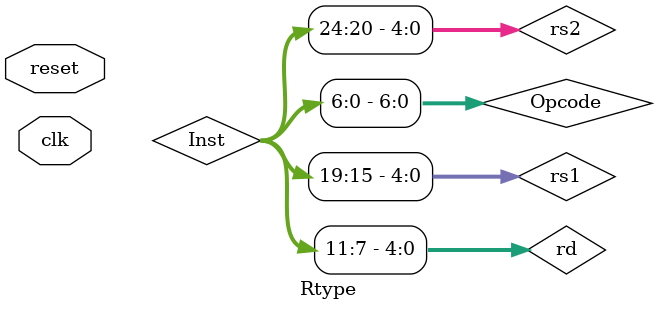
<source format=v>
`timescale 1ns / 1ps
module Rtype	( 
					input clk,
					input reset
					);

//Se inicializa variables para PC
wire [31:0] PC;
wire [31:0] NextPC;

PC RegPC (											//Inicializa módulo PC
    .clk(clk), 									//Entrada de clock
    .NextPC(NextPC), 							//Entrada PC4
    .PC(PC)											//Salida PCactualizado
    );
PC4 SumPC4 (										//Inicializa el Sumador de PC + 4
    .PC(PC), 										//Entrada PCactualizado
    .PC4(NextPC)									//Salida PC4
    );
	 
//Inicializa variables de memorias de instrucciones
wire [31:0] Inst;
InstructionMemory IM (							// Inicializa funcion de Memoria Instrucciones
    .A(PC), 										//Entrada de PCactualizado
    .RD(Inst)										//Salida Rd
    );
	 
//Inicializacion de variables para unidad de control
wire [6:0] Opcode;
wire [3:0] ALUOp;
wire RegWrite;
//Asignacion de bits para unidad de control
assign Opcode = Inst[6:0];
UC CU (												//Inicializacion de unidad de control
    .Opcode(Opcode), 							//Entrada de Opcode
	 .ForceJump(ForceJump),
	 .Branch(Branch),
	 .JumpPC(JumpPC),
	 .JumpRD(JumpRD),
	 .MemToReg(MemToReg),
	 .MemWrite(MemWrite),
	 .ALUscr(ALUscr),
	 .LUIscr(LUIscr),
	 .ALUOp(ALUOp),
	 .RegWrite(RegWrite)
    );
	 
//Inicializa variables de banco de registros
wire [4:0] rs1;									
wire [4:0] rs2;
wire [4:0] rd;
wire [31:0] RD1;
wire [31:0] RD2;
wire [31:0] ALU_Result;
//Asignacion de bits para A1/A2/A3
assign rs1 = Inst[19:15];
assign rs2 = Inst[24:20];
assign rd = Inst[11:7];	
RegisterFile RF (									//Inicializa funcion de banco de registros
    .clk(clk), 									//Entrada de clock
    .A1(rs1), 										//Entrada A1
    .A2(rs2), 										//Entrada A2
    .A3(rd), 										//Entrada A3
    .WE3(RegWrite), 								//Entrada WE3
    .WD3(ALU_Result), 							//Entrada de salida de la ALU
    .reset(reset), 								//Entrada del reset
    .RD1(RD1), 									//Salida RD1
    .RD2(RD2)										//Salida RD2
    );

//Inicializacion de variables de ALU Control
wire [2:0] Funct3;
wire [6:0] Funct7;
wire [4:0] ALU_Control;
// Asignación de bits para Funct3 y Funct7
assign Funct3 = Inst[14:12];
assign Funct7 = Inst[31:25];
ALUControl AC (
	 .ALUOp(ALUOp),
	 .Funct75(Funct7[5]),
	 .Funct70(Funct7[0]),
	 .Funct3(Funct3),
	 .ALU_Control(ALU_Control)	
	 );

Alu ALU (											//Inicializacion de la funcion de la ALU
    .RD1(RD1), 									//Entrada RD1
    .RD2(RD2), 									//Entrada RD2
    .ALU_Control(ALU_Control), 				//Entrada de ALU_Sel (seleccionador de alu)
    .ALU_Result(ALU_Result), 					//Salida ALU_Out
    .Zero(Zero) 									//Condicion not equal
    );
endmodule


</source>
